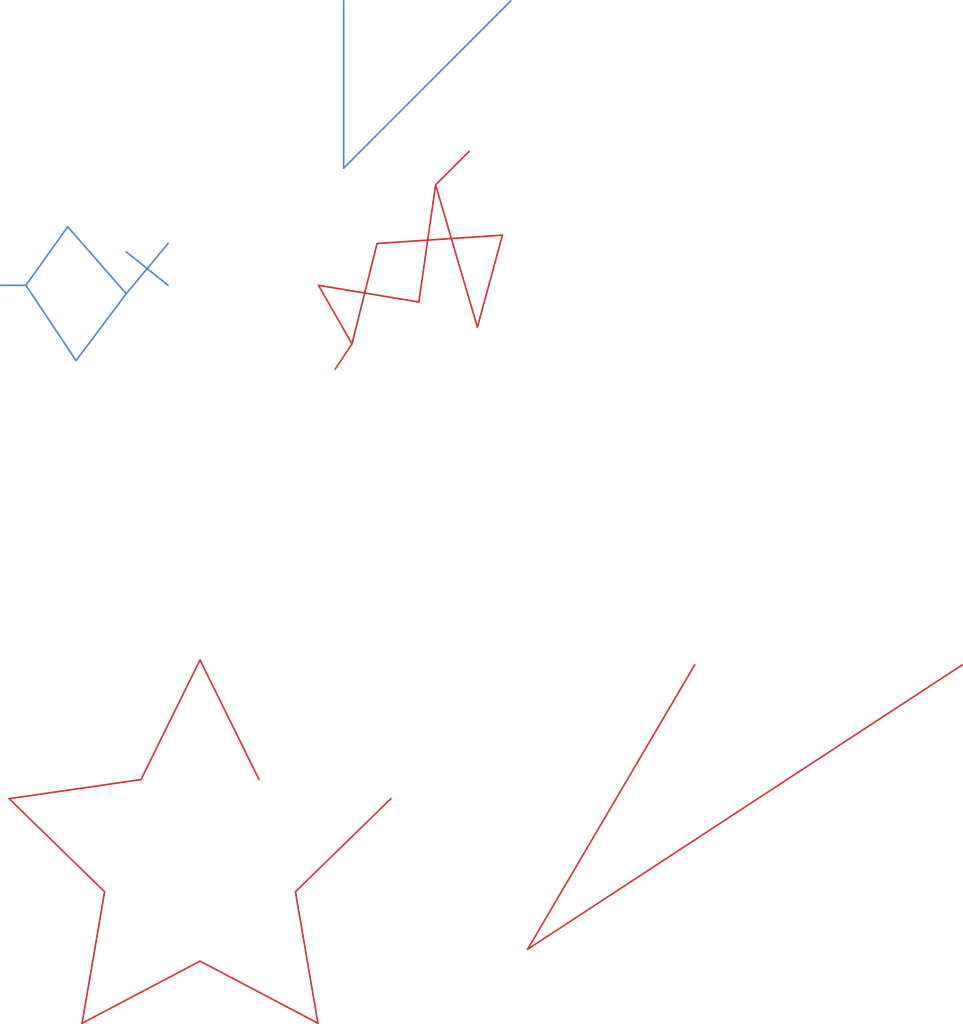
<source format=kicad_pcb>
(kicad_pcb (version 20171130) (host pcbnew 5.0.0+dfsg1-2)

  (general
    (thickness 1.6)
    (drawings 0)
    (tracks 20)
    (zones 0)
    (modules 0)
    (nets 2)
  )

  (page A4)
  (layers
    (0 F.Cu signal)
    (31 B.Cu signal)
    (32 B.Adhes user)
    (33 F.Adhes user)
    (34 B.Paste user)
    (35 F.Paste user)
    (36 B.SilkS user)
    (37 F.SilkS user)
    (38 B.Mask user)
    (39 F.Mask user)
    (40 Dwgs.User user)
    (41 Cmts.User user)
    (42 Eco1.User user)
    (43 Eco2.User user)
    (44 Edge.Cuts user)
    (45 Margin user)
    (46 B.CrtYd user)
    (47 F.CrtYd user)
    (48 B.Fab user)
    (49 F.Fab user)
  )

  (setup
    (last_trace_width 0.25)
    (trace_clearance 0.2)
    (zone_clearance 0.508)
    (zone_45_only no)
    (trace_min 0.2)
    (segment_width 0.2)
    (edge_width 0.15)
    (via_size 0.8)
    (via_drill 0.4)
    (via_min_size 0.4)
    (via_min_drill 0.3)
    (uvia_size 0.3)
    (uvia_drill 0.1)
    (uvias_allowed no)
    (uvia_min_size 0.2)
    (uvia_min_drill 0.1)
    (pcb_text_width 0.3)
    (pcb_text_size 1.5 1.5)
    (mod_edge_width 0.15)
    (mod_text_size 1 1)
    (mod_text_width 0.15)
    (pad_size 1.524 1.524)
    (pad_drill 0.762)
    (pad_to_mask_clearance 0.2)
    (aux_axis_origin 0 0)
    (grid_origin 50.8 76.2)
    (visible_elements FFFFFF7F)
    (pcbplotparams
      (layerselection 0x010fc_ffffffff)
      (usegerberextensions false)
      (usegerberattributes false)
      (usegerberadvancedattributes false)
      (creategerberjobfile false)
      (excludeedgelayer true)
      (linewidth 0.100000)
      (plotframeref false)
      (viasonmask false)
      (mode 1)
      (useauxorigin false)
      (hpglpennumber 1)
      (hpglpenspeed 20)
      (hpglpendiameter 15.000000)
      (psnegative false)
      (psa4output false)
      (plotreference true)
      (plotvalue true)
      (plotinvisibletext false)
      (padsonsilk false)
      (subtractmaskfromsilk false)
      (outputformat 1)
      (mirror false)
      (drillshape 1)
      (scaleselection 1)
      (outputdirectory ""))
  )

  (net 0 "")
  (net 1 "Net-1")

  (net_class Default "This is the default net class."
    (clearance 0.2)
    (trace_width 0.25)
    (via_dia 0.8)
    (via_drill 0.4)
    (uvia_dia 0.3)
    (uvia_drill 0.1)
  )

(segment (start 68.882 160.628) (end 83.376 146.500) (width 0.25) (layer F.Cu) (net 0))
(segment (start 72.304 180.578) (end 68.882 160.628) (width 0.25) (layer F.Cu) (net 0))
(segment (start 54.388 171.159) (end 72.304 180.578) (width 0.25) (layer F.Cu) (net 0))
(segment (start 36.473 180.578) (end 54.388 171.159) (width 0.25) (layer F.Cu) (net 0))
(segment (start 39.894 160.628) (end 36.473 180.578) (width 0.25) (layer F.Cu) (net 0))
(segment (start 25.400 146.500) (end 39.894 160.628) (width 0.25) (layer F.Cu) (net 0))
(segment (start 45.430 143.589) (end 25.400 146.500) (width 0.25) (layer F.Cu) (net 0))
(segment (start 54.388 125.439) (end 45.430 143.589) (width 0.25) (layer F.Cu) (net 0))
(segment (start 63.346 143.589) (end 54.388 125.439) (width 0.25) (layer F.Cu) (net 0))
(segment (start 104.140 169.360) (end 129.540 126.180) (width 0.25) (layer F.Cu) (net 0))
(segment (start 170.180 126.180) (end 104.140 169.360) (width 0.25) (layer F.Cu) (net 0))
  (segment (start 76.2 25.4) (end 76.2 50.8) (width 0.25) (layer B.Cu) (net 0))
  (segment (start 76.2 50.8) (end 101.6 25.4) (width 0.25) (layer B.Cu) (net 0))
  (segment (start 27.94 68.58) (end 34.29 59.69) (width 0.25) (layer B.Cu) (net 1))
  (segment (start 34.29 59.69) (end 43.18 69.85) (width 0.25) (layer B.Cu) (net 1))
  (segment (start 43.18 69.85) (end 35.56 80.01) (width 0.25) (layer B.Cu) (net 1))
  (segment (start 35.56 80.01) (end 27.94 68.58) (width 0.25) (layer B.Cu) (net 1))
  (segment (start 43.18 69.85) (end 49.53 62.23) (width 0.25) (layer B.Cu) (net 1))
  (segment (start 43.18 63.5) (end 49.53 68.58) (width 0.25) (layer B.Cu) (net 1))
  (segment (start 77.47 77.47) (end 81.28 62.23) (width 0.25) (layer F.Cu) (net 1))
  (segment (start 81.28 62.23) (end 100.33 60.96) (width 0.25) (layer F.Cu) (net 1))
  (segment (start 100.33 60.96) (end 96.52 74.93) (width 0.25) (layer F.Cu) (net 1))
  (segment (start 96.52 74.93) (end 90.17 53.34) (width 0.25) (layer F.Cu) (net 1))
  (segment (start 90.17 53.34) (end 87.63 71.12) (width 0.25) (layer F.Cu) (net 1))
  (segment (start 87.63 71.12) (end 72.39 68.58) (width 0.25) (layer F.Cu) (net 1))
  (segment (start 72.39 68.58) (end 77.47 77.47) (width 0.25) (layer F.Cu) (net 1))
  (segment (start 77.47 77.47) (end 74.93 81.28) (width 0.25) (layer F.Cu) (net 1))
  (segment (start 90.17 53.34) (end 95.25 48.26) (width 0.25) (layer F.Cu) (net 1))
  (segment (start 27.94 68.58) (end 24.13 68.58) (width 0.25) (layer B.Cu) (net 1))

)


</source>
